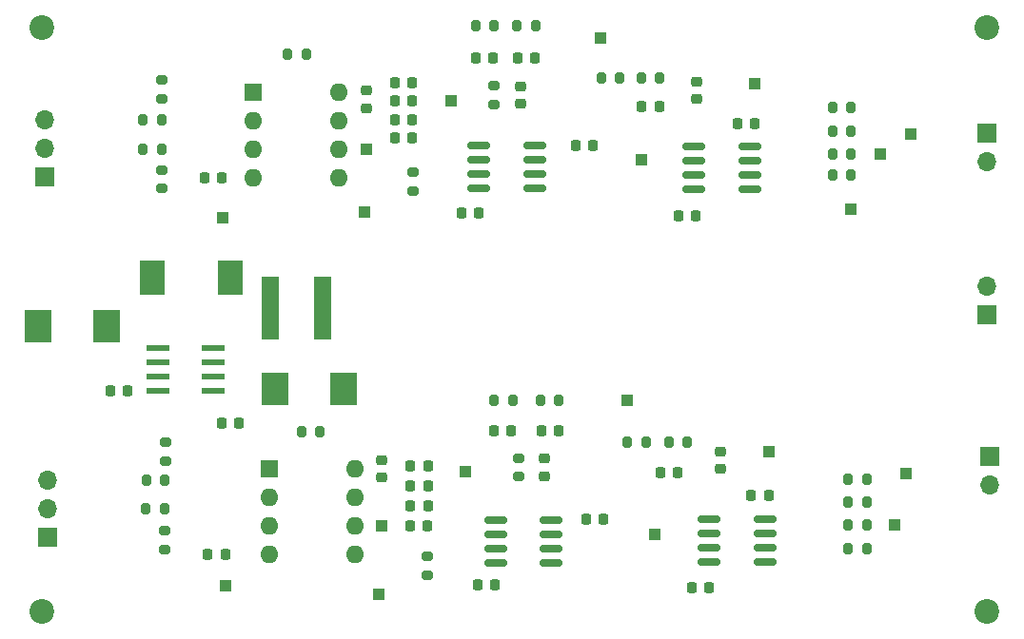
<source format=gbr>
%TF.GenerationSoftware,KiCad,Pcbnew,(6.99.0)*%
%TF.CreationDate,2022-07-26T17:29:39-07:00*%
%TF.ProjectId,eog-pcb-kicad,656f672d-7063-4622-9d6b-696361642e6b,rev?*%
%TF.SameCoordinates,Original*%
%TF.FileFunction,Soldermask,Top*%
%TF.FilePolarity,Negative*%
%FSLAX46Y46*%
G04 Gerber Fmt 4.6, Leading zero omitted, Abs format (unit mm)*
G04 Created by KiCad (PCBNEW (6.99.0)) date 2022-07-26 17:29:39*
%MOMM*%
%LPD*%
G01*
G04 APERTURE LIST*
G04 Aperture macros list*
%AMRoundRect*
0 Rectangle with rounded corners*
0 $1 Rounding radius*
0 $2 $3 $4 $5 $6 $7 $8 $9 X,Y pos of 4 corners*
0 Add a 4 corners polygon primitive as box body*
4,1,4,$2,$3,$4,$5,$6,$7,$8,$9,$2,$3,0*
0 Add four circle primitives for the rounded corners*
1,1,$1+$1,$2,$3*
1,1,$1+$1,$4,$5*
1,1,$1+$1,$6,$7*
1,1,$1+$1,$8,$9*
0 Add four rect primitives between the rounded corners*
20,1,$1+$1,$2,$3,$4,$5,0*
20,1,$1+$1,$4,$5,$6,$7,0*
20,1,$1+$1,$6,$7,$8,$9,0*
20,1,$1+$1,$8,$9,$2,$3,0*%
G04 Aperture macros list end*
%ADD10RoundRect,0.041300X-0.943700X-0.253700X0.943700X-0.253700X0.943700X0.253700X-0.943700X0.253700X0*%
%ADD11R,1.600000X5.700000*%
%ADD12R,2.250000X3.120000*%
%ADD13R,2.400000X2.900000*%
%ADD14RoundRect,0.225000X-0.225000X-0.250000X0.225000X-0.250000X0.225000X0.250000X-0.225000X0.250000X0*%
%ADD15RoundRect,0.225000X-0.250000X0.225000X-0.250000X-0.225000X0.250000X-0.225000X0.250000X0.225000X0*%
%ADD16RoundRect,0.150000X-0.825000X-0.150000X0.825000X-0.150000X0.825000X0.150000X-0.825000X0.150000X0*%
%ADD17RoundRect,0.200000X0.200000X0.275000X-0.200000X0.275000X-0.200000X-0.275000X0.200000X-0.275000X0*%
%ADD18R,1.700000X1.700000*%
%ADD19O,1.700000X1.700000*%
%ADD20RoundRect,0.200000X-0.200000X-0.275000X0.200000X-0.275000X0.200000X0.275000X-0.200000X0.275000X0*%
%ADD21RoundRect,0.200000X-0.275000X0.200000X-0.275000X-0.200000X0.275000X-0.200000X0.275000X0.200000X0*%
%ADD22R,1.000000X1.000000*%
%ADD23RoundRect,0.225000X0.250000X-0.225000X0.250000X0.225000X-0.250000X0.225000X-0.250000X-0.225000X0*%
%ADD24RoundRect,0.200000X0.275000X-0.200000X0.275000X0.200000X-0.275000X0.200000X-0.275000X-0.200000X0*%
%ADD25C,2.200000*%
%ADD26RoundRect,0.225000X0.225000X0.250000X-0.225000X0.250000X-0.225000X-0.250000X0.225000X-0.250000X0*%
%ADD27R,1.600000X1.600000*%
%ADD28O,1.600000X1.600000*%
G04 APERTURE END LIST*
D10*
%TO.C,U8*%
X110364500Y-97396000D03*
X110364500Y-98666000D03*
X110364500Y-99936000D03*
X110364500Y-101206000D03*
X115314500Y-101206000D03*
X115314500Y-99936000D03*
X115314500Y-98666000D03*
X115314500Y-97396000D03*
%TD*%
D11*
%TO.C,L1*%
X120321500Y-93840000D03*
X125021500Y-93840000D03*
%TD*%
D12*
%TO.C,D1*%
X116784000Y-91173000D03*
X109874000Y-91173000D03*
%TD*%
D13*
%TO.C,C4*%
X99682500Y-95491000D03*
X105782500Y-95491000D03*
%TD*%
%TO.C,C1*%
X120764500Y-101079000D03*
X126864500Y-101079000D03*
%TD*%
D14*
%TO.C,C203*%
X132842000Y-107950000D03*
X134392000Y-107950000D03*
%TD*%
%TO.C,C202*%
X132842000Y-109728000D03*
X134392000Y-109728000D03*
%TD*%
%TO.C,C201*%
X132829000Y-111506000D03*
X134379000Y-111506000D03*
%TD*%
%TO.C,C83*%
X131432000Y-73787000D03*
X132982000Y-73787000D03*
%TD*%
%TO.C,C82*%
X131432000Y-75438000D03*
X132982000Y-75438000D03*
%TD*%
%TO.C,C81*%
X131432000Y-77089000D03*
X132982000Y-77089000D03*
%TD*%
D15*
%TO.C,C19*%
X130238500Y-107416000D03*
X130238500Y-108966000D03*
%TD*%
D16*
%TO.C,U6*%
X159404500Y-112712500D03*
X159404500Y-113982500D03*
X159404500Y-115252500D03*
X159404500Y-116522500D03*
X164354500Y-116522500D03*
X164354500Y-115252500D03*
X164354500Y-113982500D03*
X164354500Y-112712500D03*
%TD*%
D17*
%TO.C,R15*%
X143945000Y-68707000D03*
X142295000Y-68707000D03*
%TD*%
%TO.C,R25*%
X173431000Y-113144000D03*
X171781000Y-113144000D03*
%TD*%
D18*
%TO.C,J3*%
X184143000Y-78331000D03*
D19*
X184143000Y-80871000D03*
%TD*%
D14*
%TO.C,C6*%
X114531000Y-82270000D03*
X116081000Y-82270000D03*
%TD*%
D20*
%TO.C,R4*%
X151447000Y-73406000D03*
X149797000Y-73406000D03*
%TD*%
D21*
%TO.C,D5*%
X111061500Y-105842000D03*
X111061500Y-107492000D03*
%TD*%
D22*
%TO.C,TP8*%
X137731500Y-108445000D03*
%TD*%
D21*
%TO.C,R13*%
X140233000Y-74092000D03*
X140233000Y-75742000D03*
%TD*%
D22*
%TO.C,TP18*%
X116141500Y-85839000D03*
%TD*%
%TO.C,TP19*%
X116395500Y-118605000D03*
%TD*%
D14*
%TO.C,C23*%
X144449500Y-104762000D03*
X145999500Y-104762000D03*
%TD*%
D20*
%TO.C,R2*%
X109020000Y-77126000D03*
X110670000Y-77126000D03*
%TD*%
D17*
%TO.C,R9*%
X172025000Y-82029000D03*
X170375000Y-82029000D03*
%TD*%
D23*
%TO.C,C14*%
X142612000Y-75692000D03*
X142612000Y-74142000D03*
%TD*%
D22*
%TO.C,TP13*%
X172011000Y-85077000D03*
%TD*%
D24*
%TO.C,D2*%
X110680500Y-83235000D03*
X110680500Y-81585000D03*
%TD*%
D16*
%TO.C,U4*%
X138939500Y-79362000D03*
X138939500Y-80632000D03*
X138939500Y-81902000D03*
X138939500Y-83172000D03*
X143889500Y-83172000D03*
X143889500Y-81902000D03*
X143889500Y-80632000D03*
X143889500Y-79362000D03*
%TD*%
D20*
%TO.C,R17*%
X109284000Y-111772500D03*
X110934000Y-111772500D03*
%TD*%
D22*
%TO.C,TP4*%
X153416000Y-80645000D03*
%TD*%
%TO.C,TP6*%
X177345000Y-78346000D03*
%TD*%
D20*
%TO.C,R20*%
X155829000Y-105835250D03*
X157479000Y-105835250D03*
%TD*%
D22*
%TO.C,TP3*%
X149733000Y-69850000D03*
%TD*%
D14*
%TO.C,C18*%
X114810000Y-115775500D03*
X116360000Y-115775500D03*
%TD*%
D25*
%TO.C,H2*%
X184075500Y-68884000D03*
%TD*%
D14*
%TO.C,C27*%
X138798000Y-118478000D03*
X140348000Y-118478000D03*
%TD*%
D17*
%TO.C,R29*%
X173431000Y-109080000D03*
X171781000Y-109080000D03*
%TD*%
D26*
%TO.C,C17*%
X156616000Y-108552750D03*
X155066000Y-108552750D03*
%TD*%
D20*
%TO.C,R1*%
X109020000Y-79730000D03*
X110670000Y-79730000D03*
%TD*%
%TO.C,R5*%
X155003000Y-73406000D03*
X153353000Y-73406000D03*
%TD*%
D18*
%TO.C,J6*%
X184406000Y-107043000D03*
D19*
X184406000Y-109583000D03*
%TD*%
D22*
%TO.C,TP9*%
X152146000Y-102108000D03*
%TD*%
D26*
%TO.C,C33*%
X107698500Y-101206000D03*
X106148500Y-101206000D03*
%TD*%
D22*
%TO.C,TP5*%
X174629000Y-80124000D03*
%TD*%
D26*
%TO.C,C11*%
X147552000Y-79362000D03*
X149102000Y-79362000D03*
%TD*%
%TO.C,C26*%
X150000000Y-112636000D03*
X148450000Y-112636000D03*
%TD*%
D17*
%TO.C,R26*%
X141921500Y-102095000D03*
X140271500Y-102095000D03*
%TD*%
%TO.C,R30*%
X146049500Y-102095000D03*
X144399500Y-102095000D03*
%TD*%
D27*
%TO.C,U5*%
X120279000Y-108201000D03*
D28*
X120279000Y-110741000D03*
X120279000Y-113281000D03*
X120279000Y-115821000D03*
X127899000Y-115821000D03*
X127899000Y-113281000D03*
X127899000Y-110741000D03*
X127899000Y-108201000D03*
%TD*%
D14*
%TO.C,C21*%
X140258500Y-104762000D03*
X141808500Y-104762000D03*
%TD*%
D22*
%TO.C,TP14*%
X128704000Y-85331000D03*
%TD*%
D26*
%TO.C,C25*%
X159398000Y-118808500D03*
X157848000Y-118808500D03*
%TD*%
D27*
%TO.C,U2*%
X118818500Y-74673000D03*
D28*
X118818500Y-77213000D03*
X118818500Y-79753000D03*
X118818500Y-82293000D03*
X126438500Y-82293000D03*
X126438500Y-79753000D03*
X126438500Y-77213000D03*
X126438500Y-74673000D03*
%TD*%
D22*
%TO.C,TP1*%
X128905000Y-79756000D03*
%TD*%
D15*
%TO.C,C3*%
X158305000Y-75235000D03*
X158305000Y-73685000D03*
%TD*%
D22*
%TO.C,TP2*%
X136451000Y-75425000D03*
%TD*%
D17*
%TO.C,R24*%
X173431000Y-115303000D03*
X171781000Y-115303000D03*
%TD*%
D25*
%TO.C,H4*%
X100075500Y-120884000D03*
%TD*%
D23*
%TO.C,C22*%
X144716500Y-108839000D03*
X144716500Y-107289000D03*
%TD*%
D14*
%TO.C,C9*%
X161902000Y-77444000D03*
X163452000Y-77444000D03*
%TD*%
D20*
%TO.C,R3*%
X121920500Y-71234000D03*
X123570500Y-71234000D03*
%TD*%
D18*
%TO.C,J1*%
X100295000Y-82206000D03*
D19*
X100295000Y-79666000D03*
X100295000Y-77126000D03*
%TD*%
D25*
%TO.C,H3*%
X184075500Y-120884000D03*
%TD*%
D17*
%TO.C,R11*%
X140261000Y-68694000D03*
X138611000Y-68694000D03*
%TD*%
D20*
%TO.C,R19*%
X123127000Y-104889000D03*
X124777000Y-104889000D03*
%TD*%
D22*
%TO.C,TP11*%
X175908000Y-113144000D03*
%TD*%
D18*
%TO.C,J4*%
X100584000Y-114297500D03*
D19*
X100584000Y-111757500D03*
X100584000Y-109217500D03*
%TD*%
D26*
%TO.C,C10*%
X158245000Y-85699000D03*
X156695000Y-85699000D03*
%TD*%
D22*
%TO.C,TP16*%
X164719000Y-106667000D03*
%TD*%
D24*
%TO.C,R23*%
X134353000Y-117652000D03*
X134353000Y-116002000D03*
%TD*%
D25*
%TO.C,H1*%
X100075500Y-68884000D03*
%TD*%
D14*
%TO.C,C12*%
X137337500Y-85445000D03*
X138887500Y-85445000D03*
%TD*%
%TO.C,C20*%
X132816000Y-113284000D03*
X134366000Y-113284000D03*
%TD*%
D17*
%TO.C,R12*%
X172025000Y-78092000D03*
X170375000Y-78092000D03*
%TD*%
D22*
%TO.C,TP10*%
X154559000Y-114046000D03*
%TD*%
D15*
%TO.C,C16*%
X160413000Y-106647750D03*
X160413000Y-108197750D03*
%TD*%
%TO.C,C7*%
X128905000Y-74523000D03*
X128905000Y-76073000D03*
%TD*%
D14*
%TO.C,C15*%
X142345000Y-71615000D03*
X143895000Y-71615000D03*
%TD*%
D22*
%TO.C,TP17*%
X163440000Y-73901000D03*
%TD*%
D24*
%TO.C,R8*%
X133032500Y-83426000D03*
X133032500Y-81776000D03*
%TD*%
D21*
%TO.C,D3*%
X110680500Y-73584000D03*
X110680500Y-75234000D03*
%TD*%
D20*
%TO.C,R16*%
X109347000Y-109232500D03*
X110997000Y-109232500D03*
%TD*%
D18*
%TO.C,J2*%
X184086500Y-94475000D03*
D19*
X184086500Y-91935000D03*
%TD*%
D16*
%TO.C,U3*%
X158043000Y-79476000D03*
X158043000Y-80746000D03*
X158043000Y-82016000D03*
X158043000Y-83286000D03*
X162993000Y-83286000D03*
X162993000Y-82016000D03*
X162993000Y-80746000D03*
X162993000Y-79476000D03*
%TD*%
D22*
%TO.C,TP15*%
X130048000Y-119367000D03*
%TD*%
%TO.C,TP7*%
X130302000Y-113284000D03*
%TD*%
D20*
%TO.C,R18*%
X152146000Y-105835250D03*
X153796000Y-105835250D03*
%TD*%
D14*
%TO.C,C24*%
X163136500Y-110553500D03*
X164686500Y-110553500D03*
%TD*%
D21*
%TO.C,R28*%
X142430500Y-107239000D03*
X142430500Y-108889000D03*
%TD*%
D16*
%TO.C,U7*%
X140400000Y-112763000D03*
X140400000Y-114033000D03*
X140400000Y-115303000D03*
X140400000Y-116573000D03*
X145350000Y-116573000D03*
X145350000Y-115303000D03*
X145350000Y-114033000D03*
X145350000Y-112763000D03*
%TD*%
D22*
%TO.C,TP12*%
X176924000Y-108572000D03*
%TD*%
D26*
%TO.C,C2*%
X117551500Y-104140000D03*
X116001500Y-104140000D03*
%TD*%
D24*
%TO.C,D4*%
X110934500Y-115366000D03*
X110934500Y-113716000D03*
%TD*%
D17*
%TO.C,R14*%
X172011000Y-76047000D03*
X170361000Y-76047000D03*
%TD*%
D26*
%TO.C,C5*%
X153403000Y-75946000D03*
X154953000Y-75946000D03*
%TD*%
D14*
%TO.C,C13*%
X138662000Y-71615000D03*
X140212000Y-71615000D03*
%TD*%
%TO.C,C8*%
X131432000Y-78740000D03*
X132982000Y-78740000D03*
%TD*%
D17*
%TO.C,R27*%
X173431000Y-111112000D03*
X171781000Y-111112000D03*
%TD*%
%TO.C,R10*%
X172025000Y-80124000D03*
X170375000Y-80124000D03*
%TD*%
M02*

</source>
